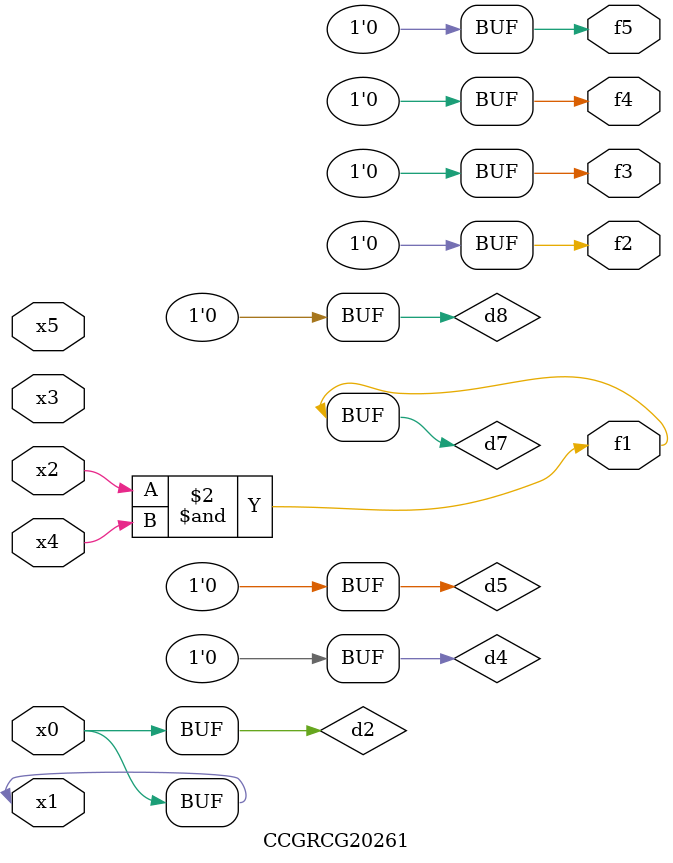
<source format=v>
module CCGRCG20261(
	input x0, x1, x2, x3, x4, x5,
	output f1, f2, f3, f4, f5
);

	wire d1, d2, d3, d4, d5, d6, d7, d8, d9;

	nand (d1, x1);
	buf (d2, x0, x1);
	nand (d3, x2, x4);
	and (d4, d1, d2);
	and (d5, d1, d2);
	nand (d6, d1, d3);
	not (d7, d3);
	xor (d8, d5);
	nor (d9, d5, d6);
	assign f1 = d7;
	assign f2 = d8;
	assign f3 = d8;
	assign f4 = d8;
	assign f5 = d8;
endmodule

</source>
